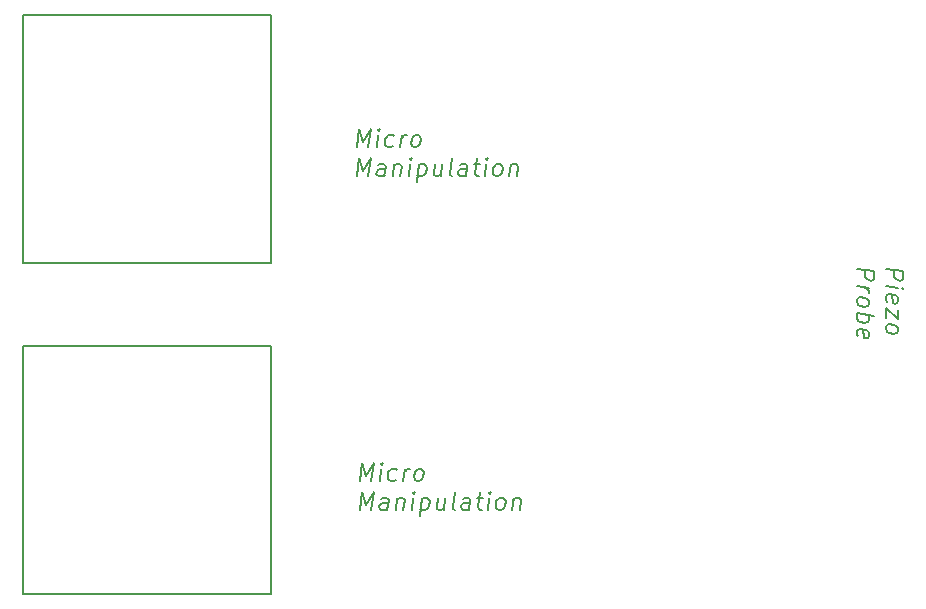
<source format=gbr>
G04 #@! TF.GenerationSoftware,KiCad,Pcbnew,(2018-01-19 revision 673f03e59)-master*
G04 #@! TF.CreationDate,2018-01-28T17:11:35+01:00*
G04 #@! TF.ProjectId,microman-mech,6D6963726F6D616E2D6D6563682E6B69,rev?*
G04 #@! TF.SameCoordinates,Original*
G04 #@! TF.FileFunction,Legend,Top*
G04 #@! TF.FilePolarity,Positive*
%FSLAX46Y46*%
G04 Gerber Fmt 4.6, Leading zero omitted, Abs format (unit mm)*
G04 Created by KiCad (PCBNEW (2018-01-19 revision 673f03e59)-master) date Sun Jan 28 17:11:35 2018*
%MOMM*%
%LPD*%
G01*
G04 APERTURE LIST*
%ADD10C,0.150000*%
%ADD11C,0.200000*%
%ADD12C,2.148980*%
%ADD13C,0.650000*%
%ADD14C,0.750000*%
%ADD15C,6.550000*%
%ADD16C,1.050000*%
%ADD17C,16.950000*%
G04 APERTURE END LIST*
D10*
X200500000Y-129500000D02*
X221500000Y-129500000D01*
X200500000Y-108500000D02*
X200500000Y-129500000D01*
X221500000Y-108500000D02*
X200500000Y-108500000D01*
X221500000Y-129500000D02*
X221500000Y-108500000D01*
X221500000Y-80500000D02*
X200500000Y-80500000D01*
X221500000Y-101500000D02*
X221500000Y-80500000D01*
X200500000Y-101500000D02*
X221500000Y-101500000D01*
X200500000Y-80500000D02*
X200500000Y-101500000D01*
D11*
X273546428Y-101996071D02*
X275046428Y-102183571D01*
X275046428Y-102755000D01*
X274975000Y-102888928D01*
X274903571Y-102951428D01*
X274760714Y-103005000D01*
X274546428Y-102978214D01*
X274403571Y-102888928D01*
X274332142Y-102808571D01*
X274260714Y-102656785D01*
X274260714Y-102085357D01*
X273546428Y-103496071D02*
X274546428Y-103621071D01*
X275046428Y-103683571D02*
X274975000Y-103603214D01*
X274903571Y-103665714D01*
X274975000Y-103746071D01*
X275046428Y-103683571D01*
X274903571Y-103665714D01*
X273617857Y-104790714D02*
X273546428Y-104638928D01*
X273546428Y-104353214D01*
X273617857Y-104219285D01*
X273760714Y-104165714D01*
X274332142Y-104237142D01*
X274475000Y-104326428D01*
X274546428Y-104478214D01*
X274546428Y-104763928D01*
X274475000Y-104897857D01*
X274332142Y-104951428D01*
X274189285Y-104933571D01*
X274046428Y-104201428D01*
X274546428Y-105478214D02*
X274546428Y-106263928D01*
X273546428Y-105353214D01*
X273546428Y-106138928D01*
X273546428Y-106924642D02*
X273617857Y-106790714D01*
X273689285Y-106728214D01*
X273832142Y-106674642D01*
X274260714Y-106728214D01*
X274403571Y-106817500D01*
X274475000Y-106897857D01*
X274546428Y-107049642D01*
X274546428Y-107263928D01*
X274475000Y-107397857D01*
X274403571Y-107460357D01*
X274260714Y-107513928D01*
X273832142Y-107460357D01*
X273689285Y-107371071D01*
X273617857Y-107290714D01*
X273546428Y-107138928D01*
X273546428Y-106924642D01*
X271096428Y-101996071D02*
X272596428Y-102183571D01*
X272596428Y-102755000D01*
X272525000Y-102888928D01*
X272453571Y-102951428D01*
X272310714Y-103005000D01*
X272096428Y-102978214D01*
X271953571Y-102888928D01*
X271882142Y-102808571D01*
X271810714Y-102656785D01*
X271810714Y-102085357D01*
X271096428Y-103496071D02*
X272096428Y-103621071D01*
X271810714Y-103585357D02*
X271953571Y-103674642D01*
X272025000Y-103755000D01*
X272096428Y-103906785D01*
X272096428Y-104049642D01*
X271096428Y-104638928D02*
X271167857Y-104505000D01*
X271239285Y-104442500D01*
X271382142Y-104388928D01*
X271810714Y-104442500D01*
X271953571Y-104531785D01*
X272025000Y-104612142D01*
X272096428Y-104763928D01*
X272096428Y-104978214D01*
X272025000Y-105112142D01*
X271953571Y-105174642D01*
X271810714Y-105228214D01*
X271382142Y-105174642D01*
X271239285Y-105085357D01*
X271167857Y-105005000D01*
X271096428Y-104853214D01*
X271096428Y-104638928D01*
X271096428Y-105781785D02*
X272596428Y-105969285D01*
X272025000Y-105897857D02*
X272096428Y-106049642D01*
X272096428Y-106335357D01*
X272025000Y-106469285D01*
X271953571Y-106531785D01*
X271810714Y-106585357D01*
X271382142Y-106531785D01*
X271239285Y-106442500D01*
X271167857Y-106362142D01*
X271096428Y-106210357D01*
X271096428Y-105924642D01*
X271167857Y-105790714D01*
X271167857Y-107719285D02*
X271096428Y-107567500D01*
X271096428Y-107281785D01*
X271167857Y-107147857D01*
X271310714Y-107094285D01*
X271882142Y-107165714D01*
X272025000Y-107255000D01*
X272096428Y-107406785D01*
X272096428Y-107692500D01*
X272025000Y-107826428D01*
X271882142Y-107880000D01*
X271739285Y-107862142D01*
X271596428Y-107130000D01*
X228996071Y-119953571D02*
X229183571Y-118453571D01*
X229549642Y-119525000D01*
X230183571Y-118453571D01*
X229996071Y-119953571D01*
X230710357Y-119953571D02*
X230835357Y-118953571D01*
X230897857Y-118453571D02*
X230817500Y-118525000D01*
X230880000Y-118596428D01*
X230960357Y-118525000D01*
X230897857Y-118453571D01*
X230880000Y-118596428D01*
X232076428Y-119882142D02*
X231924642Y-119953571D01*
X231638928Y-119953571D01*
X231505000Y-119882142D01*
X231442500Y-119810714D01*
X231388928Y-119667857D01*
X231442500Y-119239285D01*
X231531785Y-119096428D01*
X231612142Y-119025000D01*
X231763928Y-118953571D01*
X232049642Y-118953571D01*
X232183571Y-119025000D01*
X232710357Y-119953571D02*
X232835357Y-118953571D01*
X232799642Y-119239285D02*
X232888928Y-119096428D01*
X232969285Y-119025000D01*
X233121071Y-118953571D01*
X233263928Y-118953571D01*
X233853214Y-119953571D02*
X233719285Y-119882142D01*
X233656785Y-119810714D01*
X233603214Y-119667857D01*
X233656785Y-119239285D01*
X233746071Y-119096428D01*
X233826428Y-119025000D01*
X233978214Y-118953571D01*
X234192500Y-118953571D01*
X234326428Y-119025000D01*
X234388928Y-119096428D01*
X234442500Y-119239285D01*
X234388928Y-119667857D01*
X234299642Y-119810714D01*
X234219285Y-119882142D01*
X234067500Y-119953571D01*
X233853214Y-119953571D01*
X228996071Y-122403571D02*
X229183571Y-120903571D01*
X229549642Y-121975000D01*
X230183571Y-120903571D01*
X229996071Y-122403571D01*
X231353214Y-122403571D02*
X231451428Y-121617857D01*
X231397857Y-121475000D01*
X231263928Y-121403571D01*
X230978214Y-121403571D01*
X230826428Y-121475000D01*
X231362142Y-122332142D02*
X231210357Y-122403571D01*
X230853214Y-122403571D01*
X230719285Y-122332142D01*
X230665714Y-122189285D01*
X230683571Y-122046428D01*
X230772857Y-121903571D01*
X230924642Y-121832142D01*
X231281785Y-121832142D01*
X231433571Y-121760714D01*
X232192500Y-121403571D02*
X232067500Y-122403571D01*
X232174642Y-121546428D02*
X232255000Y-121475000D01*
X232406785Y-121403571D01*
X232621071Y-121403571D01*
X232755000Y-121475000D01*
X232808571Y-121617857D01*
X232710357Y-122403571D01*
X233424642Y-122403571D02*
X233549642Y-121403571D01*
X233612142Y-120903571D02*
X233531785Y-120975000D01*
X233594285Y-121046428D01*
X233674642Y-120975000D01*
X233612142Y-120903571D01*
X233594285Y-121046428D01*
X234263928Y-121403571D02*
X234076428Y-122903571D01*
X234255000Y-121475000D02*
X234406785Y-121403571D01*
X234692500Y-121403571D01*
X234826428Y-121475000D01*
X234888928Y-121546428D01*
X234942500Y-121689285D01*
X234888928Y-122117857D01*
X234799642Y-122260714D01*
X234719285Y-122332142D01*
X234567500Y-122403571D01*
X234281785Y-122403571D01*
X234147857Y-122332142D01*
X236263928Y-121403571D02*
X236138928Y-122403571D01*
X235621071Y-121403571D02*
X235522857Y-122189285D01*
X235576428Y-122332142D01*
X235710357Y-122403571D01*
X235924642Y-122403571D01*
X236076428Y-122332142D01*
X236156785Y-122260714D01*
X237067500Y-122403571D02*
X236933571Y-122332142D01*
X236880000Y-122189285D01*
X237040714Y-120903571D01*
X238281785Y-122403571D02*
X238380000Y-121617857D01*
X238326428Y-121475000D01*
X238192500Y-121403571D01*
X237906785Y-121403571D01*
X237755000Y-121475000D01*
X238290714Y-122332142D02*
X238138928Y-122403571D01*
X237781785Y-122403571D01*
X237647857Y-122332142D01*
X237594285Y-122189285D01*
X237612142Y-122046428D01*
X237701428Y-121903571D01*
X237853214Y-121832142D01*
X238210357Y-121832142D01*
X238362142Y-121760714D01*
X238906785Y-121403571D02*
X239478214Y-121403571D01*
X239183571Y-120903571D02*
X239022857Y-122189285D01*
X239076428Y-122332142D01*
X239210357Y-122403571D01*
X239353214Y-122403571D01*
X239853214Y-122403571D02*
X239978214Y-121403571D01*
X240040714Y-120903571D02*
X239960357Y-120975000D01*
X240022857Y-121046428D01*
X240103214Y-120975000D01*
X240040714Y-120903571D01*
X240022857Y-121046428D01*
X240781785Y-122403571D02*
X240647857Y-122332142D01*
X240585357Y-122260714D01*
X240531785Y-122117857D01*
X240585357Y-121689285D01*
X240674642Y-121546428D01*
X240755000Y-121475000D01*
X240906785Y-121403571D01*
X241121071Y-121403571D01*
X241255000Y-121475000D01*
X241317500Y-121546428D01*
X241371071Y-121689285D01*
X241317500Y-122117857D01*
X241228214Y-122260714D01*
X241147857Y-122332142D01*
X240996071Y-122403571D01*
X240781785Y-122403571D01*
X242049642Y-121403571D02*
X241924642Y-122403571D01*
X242031785Y-121546428D02*
X242112142Y-121475000D01*
X242263928Y-121403571D01*
X242478214Y-121403571D01*
X242612142Y-121475000D01*
X242665714Y-121617857D01*
X242567500Y-122403571D01*
X228746071Y-91703571D02*
X228933571Y-90203571D01*
X229299642Y-91275000D01*
X229933571Y-90203571D01*
X229746071Y-91703571D01*
X230460357Y-91703571D02*
X230585357Y-90703571D01*
X230647857Y-90203571D02*
X230567500Y-90275000D01*
X230630000Y-90346428D01*
X230710357Y-90275000D01*
X230647857Y-90203571D01*
X230630000Y-90346428D01*
X231826428Y-91632142D02*
X231674642Y-91703571D01*
X231388928Y-91703571D01*
X231255000Y-91632142D01*
X231192500Y-91560714D01*
X231138928Y-91417857D01*
X231192500Y-90989285D01*
X231281785Y-90846428D01*
X231362142Y-90775000D01*
X231513928Y-90703571D01*
X231799642Y-90703571D01*
X231933571Y-90775000D01*
X232460357Y-91703571D02*
X232585357Y-90703571D01*
X232549642Y-90989285D02*
X232638928Y-90846428D01*
X232719285Y-90775000D01*
X232871071Y-90703571D01*
X233013928Y-90703571D01*
X233603214Y-91703571D02*
X233469285Y-91632142D01*
X233406785Y-91560714D01*
X233353214Y-91417857D01*
X233406785Y-90989285D01*
X233496071Y-90846428D01*
X233576428Y-90775000D01*
X233728214Y-90703571D01*
X233942500Y-90703571D01*
X234076428Y-90775000D01*
X234138928Y-90846428D01*
X234192500Y-90989285D01*
X234138928Y-91417857D01*
X234049642Y-91560714D01*
X233969285Y-91632142D01*
X233817500Y-91703571D01*
X233603214Y-91703571D01*
X228746071Y-94153571D02*
X228933571Y-92653571D01*
X229299642Y-93725000D01*
X229933571Y-92653571D01*
X229746071Y-94153571D01*
X231103214Y-94153571D02*
X231201428Y-93367857D01*
X231147857Y-93225000D01*
X231013928Y-93153571D01*
X230728214Y-93153571D01*
X230576428Y-93225000D01*
X231112142Y-94082142D02*
X230960357Y-94153571D01*
X230603214Y-94153571D01*
X230469285Y-94082142D01*
X230415714Y-93939285D01*
X230433571Y-93796428D01*
X230522857Y-93653571D01*
X230674642Y-93582142D01*
X231031785Y-93582142D01*
X231183571Y-93510714D01*
X231942500Y-93153571D02*
X231817500Y-94153571D01*
X231924642Y-93296428D02*
X232005000Y-93225000D01*
X232156785Y-93153571D01*
X232371071Y-93153571D01*
X232505000Y-93225000D01*
X232558571Y-93367857D01*
X232460357Y-94153571D01*
X233174642Y-94153571D02*
X233299642Y-93153571D01*
X233362142Y-92653571D02*
X233281785Y-92725000D01*
X233344285Y-92796428D01*
X233424642Y-92725000D01*
X233362142Y-92653571D01*
X233344285Y-92796428D01*
X234013928Y-93153571D02*
X233826428Y-94653571D01*
X234005000Y-93225000D02*
X234156785Y-93153571D01*
X234442500Y-93153571D01*
X234576428Y-93225000D01*
X234638928Y-93296428D01*
X234692500Y-93439285D01*
X234638928Y-93867857D01*
X234549642Y-94010714D01*
X234469285Y-94082142D01*
X234317500Y-94153571D01*
X234031785Y-94153571D01*
X233897857Y-94082142D01*
X236013928Y-93153571D02*
X235888928Y-94153571D01*
X235371071Y-93153571D02*
X235272857Y-93939285D01*
X235326428Y-94082142D01*
X235460357Y-94153571D01*
X235674642Y-94153571D01*
X235826428Y-94082142D01*
X235906785Y-94010714D01*
X236817500Y-94153571D02*
X236683571Y-94082142D01*
X236630000Y-93939285D01*
X236790714Y-92653571D01*
X238031785Y-94153571D02*
X238130000Y-93367857D01*
X238076428Y-93225000D01*
X237942500Y-93153571D01*
X237656785Y-93153571D01*
X237505000Y-93225000D01*
X238040714Y-94082142D02*
X237888928Y-94153571D01*
X237531785Y-94153571D01*
X237397857Y-94082142D01*
X237344285Y-93939285D01*
X237362142Y-93796428D01*
X237451428Y-93653571D01*
X237603214Y-93582142D01*
X237960357Y-93582142D01*
X238112142Y-93510714D01*
X238656785Y-93153571D02*
X239228214Y-93153571D01*
X238933571Y-92653571D02*
X238772857Y-93939285D01*
X238826428Y-94082142D01*
X238960357Y-94153571D01*
X239103214Y-94153571D01*
X239603214Y-94153571D02*
X239728214Y-93153571D01*
X239790714Y-92653571D02*
X239710357Y-92725000D01*
X239772857Y-92796428D01*
X239853214Y-92725000D01*
X239790714Y-92653571D01*
X239772857Y-92796428D01*
X240531785Y-94153571D02*
X240397857Y-94082142D01*
X240335357Y-94010714D01*
X240281785Y-93867857D01*
X240335357Y-93439285D01*
X240424642Y-93296428D01*
X240505000Y-93225000D01*
X240656785Y-93153571D01*
X240871071Y-93153571D01*
X241005000Y-93225000D01*
X241067500Y-93296428D01*
X241121071Y-93439285D01*
X241067500Y-93867857D01*
X240978214Y-94010714D01*
X240897857Y-94082142D01*
X240746071Y-94153571D01*
X240531785Y-94153571D01*
X241799642Y-93153571D02*
X241674642Y-94153571D01*
X241781785Y-93296428D02*
X241862142Y-93225000D01*
X242013928Y-93153571D01*
X242228214Y-93153571D01*
X242362142Y-93225000D01*
X242415714Y-93367857D01*
X242317500Y-94153571D01*
%LPC*%
D10*
G36*
X193500000Y-96000000D02*
X188500000Y-96000000D01*
X188500000Y-101000000D01*
X193500000Y-101000000D01*
X193500000Y-96000000D01*
G37*
X193500000Y-96000000D02*
X188500000Y-96000000D01*
X188500000Y-101000000D01*
X193500000Y-101000000D01*
X193500000Y-96000000D01*
G36*
X179500000Y-73000000D02*
X179500000Y-139000000D01*
X109750000Y-142750000D01*
X110750000Y-71750000D01*
X179500000Y-73000000D01*
G37*
X179500000Y-73000000D02*
X179500000Y-139000000D01*
X109750000Y-142750000D01*
X110750000Y-71750000D01*
X179500000Y-73000000D01*
G36*
X248500000Y-109000000D02*
X248500000Y-129000000D01*
X253500000Y-129000000D01*
X253500000Y-109000000D01*
X248500000Y-109000000D01*
G37*
X248500000Y-109000000D02*
X248500000Y-129000000D01*
X253500000Y-129000000D01*
X253500000Y-109000000D01*
X248500000Y-109000000D01*
G36*
X248500000Y-81000000D02*
X253500000Y-81000000D01*
X253500000Y-101000000D01*
X248500000Y-101000000D01*
X248500000Y-81000000D01*
G37*
X248500000Y-81000000D02*
X253500000Y-81000000D01*
X253500000Y-101000000D01*
X248500000Y-101000000D01*
X248500000Y-81000000D01*
G36*
X188500000Y-124000000D02*
X188500000Y-129000000D01*
X193500000Y-129000000D01*
X193500000Y-124000000D01*
X188500000Y-124000000D01*
G37*
X188500000Y-124000000D02*
X188500000Y-129000000D01*
X193500000Y-129000000D01*
X193500000Y-124000000D01*
X188500000Y-124000000D01*
G36*
X188500000Y-109000000D02*
X188500000Y-114000000D01*
X193500000Y-114000000D01*
X193500000Y-109000000D01*
X188500000Y-109000000D01*
G37*
X188500000Y-109000000D02*
X188500000Y-114000000D01*
X193500000Y-114000000D01*
X193500000Y-109000000D01*
X188500000Y-109000000D01*
G36*
X233500000Y-81000000D02*
X228500000Y-81000000D01*
X228500000Y-86000000D01*
X233500000Y-86000000D01*
X233500000Y-81000000D01*
G37*
X233500000Y-81000000D02*
X228500000Y-81000000D01*
X228500000Y-86000000D01*
X233500000Y-86000000D01*
X233500000Y-81000000D01*
G36*
X228500000Y-124000000D02*
X228500000Y-129000000D01*
X233500000Y-129000000D01*
X233500000Y-124000000D01*
X228500000Y-124000000D01*
G37*
X228500000Y-124000000D02*
X228500000Y-129000000D01*
X233500000Y-129000000D01*
X233500000Y-124000000D01*
X228500000Y-124000000D01*
G36*
X228500000Y-109000000D02*
X228500000Y-114000000D01*
X233500000Y-114000000D01*
X233500000Y-109000000D01*
X228500000Y-109000000D01*
G37*
X228500000Y-109000000D02*
X228500000Y-114000000D01*
X233500000Y-114000000D01*
X233500000Y-109000000D01*
X228500000Y-109000000D01*
G36*
X228500000Y-96000000D02*
X228500000Y-101000000D01*
X233500000Y-101000000D01*
X233500000Y-96000000D01*
X228500000Y-96000000D01*
G37*
X228500000Y-96000000D02*
X228500000Y-101000000D01*
X233500000Y-101000000D01*
X233500000Y-96000000D01*
X228500000Y-96000000D01*
G36*
X188500000Y-81000000D02*
X188500000Y-86000000D01*
X193500000Y-86000000D01*
X193500000Y-81000000D01*
X188500000Y-81000000D01*
G37*
X188500000Y-81000000D02*
X188500000Y-86000000D01*
X193500000Y-86000000D01*
X193500000Y-81000000D01*
X188500000Y-81000000D01*
D12*
X290000000Y-110000000D03*
X290000000Y-100000000D03*
D13*
X250000000Y-106000000D03*
X249000000Y-106000000D03*
X246000000Y-106000000D03*
X247000000Y-106000000D03*
X248000000Y-106000000D03*
X248000000Y-104000000D03*
X247000000Y-104000000D03*
X246000000Y-104000000D03*
X249000000Y-104000000D03*
X250000000Y-104000000D03*
X189000000Y-106000000D03*
X188000000Y-106000000D03*
X187000000Y-106000000D03*
X190000000Y-106000000D03*
X191000000Y-106000000D03*
X191000000Y-104000000D03*
X190000000Y-104000000D03*
X187000000Y-104000000D03*
X188000000Y-104000000D03*
X189000000Y-104000000D03*
X164000000Y-104000000D03*
X163000000Y-104000000D03*
X162000000Y-104000000D03*
X165000000Y-104000000D03*
X166000000Y-104000000D03*
X166000000Y-105750000D03*
X165000000Y-105750000D03*
X162000000Y-105750000D03*
X163000000Y-105750000D03*
X164000000Y-105750000D03*
X133000000Y-105750000D03*
X132000000Y-105750000D03*
X131000000Y-105750000D03*
X134000000Y-105750000D03*
X135000000Y-105750000D03*
X135000000Y-104000000D03*
X134000000Y-104000000D03*
X131000000Y-104000000D03*
X132000000Y-104000000D03*
X133000000Y-104000000D03*
X147500000Y-120500000D03*
X147500000Y-119500000D03*
X147500000Y-118500000D03*
X147500000Y-121500000D03*
X147500000Y-122500000D03*
X149500000Y-122500000D03*
X149500000Y-121500000D03*
X149500000Y-118500000D03*
X149500000Y-119500000D03*
X149500000Y-120500000D03*
X147500000Y-91500000D03*
X147500000Y-90500000D03*
X147500000Y-87500000D03*
X147500000Y-88500000D03*
X147500000Y-89500000D03*
X149500000Y-89500000D03*
X149500000Y-88500000D03*
X149500000Y-87500000D03*
X149500000Y-90500000D03*
X149500000Y-91500000D03*
X178500000Y-122500000D03*
X178500000Y-121500000D03*
X178500000Y-118500000D03*
X178500000Y-119500000D03*
X178500000Y-120500000D03*
X180500000Y-120500000D03*
X180500000Y-119500000D03*
X180500000Y-118500000D03*
X180500000Y-121500000D03*
X180500000Y-122500000D03*
X178500000Y-89500000D03*
X178500000Y-88500000D03*
X178500000Y-87500000D03*
X178500000Y-90500000D03*
X178500000Y-91500000D03*
X180500000Y-91500000D03*
X180500000Y-90500000D03*
X180500000Y-87500000D03*
X180500000Y-88500000D03*
X180500000Y-89500000D03*
X256500000Y-116500000D03*
X256500000Y-115500000D03*
X256500000Y-114500000D03*
X256500000Y-117500000D03*
X256500000Y-118500000D03*
X258500000Y-118500000D03*
X258500000Y-117500000D03*
X258500000Y-114500000D03*
X258500000Y-115500000D03*
X258500000Y-116500000D03*
X258500000Y-95500000D03*
X258500000Y-94500000D03*
X258500000Y-91500000D03*
X258500000Y-92500000D03*
X258500000Y-93500000D03*
D12*
X119000000Y-120500000D03*
X123100505Y-130399495D03*
X133000000Y-134500000D03*
X142899495Y-130399495D03*
X146000000Y-120500000D03*
X142899495Y-110600505D03*
X133000000Y-107250000D03*
X123100505Y-110600505D03*
X123100505Y-79600505D03*
X133000000Y-75500000D03*
X123100505Y-99399495D03*
X119000000Y-89500000D03*
X133000000Y-102500000D03*
X142899495Y-99399495D03*
X142899495Y-79600505D03*
X146000000Y-89500000D03*
X164000000Y-102500000D03*
X164000000Y-75500000D03*
X173899495Y-79600505D03*
X154100505Y-79600505D03*
X151000000Y-89500000D03*
X173899495Y-99399495D03*
X177000000Y-89500000D03*
X154100505Y-99399495D03*
X177000000Y-120500000D03*
X154100505Y-130399495D03*
X173899495Y-110600505D03*
X154100505Y-110600505D03*
X164000000Y-134500000D03*
X164000000Y-107250000D03*
X151000000Y-120500000D03*
X173899495Y-130399495D03*
D14*
X134697056Y-118802944D03*
X133000000Y-118100000D03*
X131302944Y-118802944D03*
X130600000Y-120500000D03*
X131302944Y-122197056D03*
X133000000Y-122900000D03*
X134697056Y-122197056D03*
X135400000Y-120500000D03*
D15*
X133000000Y-120500000D03*
X133000000Y-89500000D03*
D14*
X135400000Y-89500000D03*
X134697056Y-91197056D03*
X133000000Y-91900000D03*
X131302944Y-91197056D03*
X130600000Y-89500000D03*
X131302944Y-87802944D03*
X133000000Y-87100000D03*
X134697056Y-87802944D03*
D15*
X291750000Y-105000000D03*
D14*
X294150000Y-105000000D03*
X293447056Y-106697056D03*
X291750000Y-107400000D03*
X290052944Y-106697056D03*
X289350000Y-105000000D03*
X290052944Y-103302944D03*
X291750000Y-102600000D03*
X293447056Y-103302944D03*
X264197056Y-86552944D03*
X262500000Y-85850000D03*
X260802944Y-86552944D03*
X260100000Y-88250000D03*
X260802944Y-89947056D03*
X262500000Y-90650000D03*
X264197056Y-89947056D03*
X264900000Y-88250000D03*
D15*
X262500000Y-88250000D03*
X262500000Y-122000000D03*
D14*
X264900000Y-122000000D03*
X264197056Y-123697056D03*
X262500000Y-124400000D03*
X260802944Y-123697056D03*
X260100000Y-122000000D03*
X260802944Y-120302944D03*
X262500000Y-119600000D03*
X264197056Y-120302944D03*
X273947056Y-125802944D03*
X272250000Y-125100000D03*
X270552944Y-125802944D03*
X269850000Y-127500000D03*
X270552944Y-129197056D03*
X272250000Y-129900000D03*
X273947056Y-129197056D03*
X274650000Y-127500000D03*
D15*
X272250000Y-127500000D03*
X272250000Y-82500000D03*
D14*
X274650000Y-82500000D03*
X273947056Y-84197056D03*
X272250000Y-84900000D03*
X270552944Y-84197056D03*
X269850000Y-82500000D03*
X270552944Y-80802944D03*
X272250000Y-80100000D03*
X273947056Y-80802944D03*
X165697056Y-119052944D03*
X164000000Y-118350000D03*
X162302944Y-119052944D03*
X161600000Y-120750000D03*
X162302944Y-122447056D03*
X164000000Y-123150000D03*
X165697056Y-122447056D03*
X166400000Y-120750000D03*
D15*
X164000000Y-120750000D03*
X164000000Y-89500000D03*
D14*
X166400000Y-89500000D03*
X165697056Y-91197056D03*
X164000000Y-91900000D03*
X162302944Y-91197056D03*
X161600000Y-89500000D03*
X162302944Y-87802944D03*
X164000000Y-87100000D03*
X165697056Y-87802944D03*
D13*
X256500000Y-93500000D03*
X256500000Y-92500000D03*
X256500000Y-91500000D03*
X256500000Y-94500000D03*
X256500000Y-95500000D03*
D16*
X215454773Y-114545227D03*
X211000000Y-112700000D03*
X206545227Y-114545227D03*
X204700000Y-119000000D03*
X206545227Y-123454773D03*
X211000000Y-125300000D03*
X215454773Y-123454773D03*
X217300000Y-119000000D03*
D17*
X211000000Y-119000000D03*
M02*

</source>
